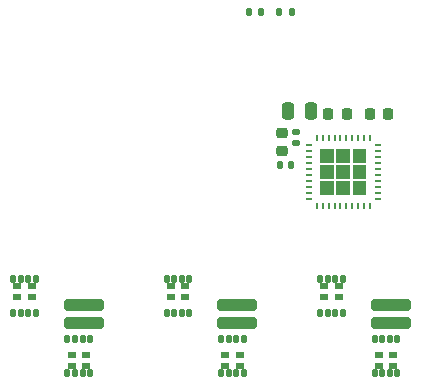
<source format=gtp>
G04 #@! TF.GenerationSoftware,KiCad,Pcbnew,8.0.5*
G04 #@! TF.CreationDate,2024-10-07T10:05:32-05:00*
G04 #@! TF.ProjectId,DRV8323_BreakoutBoard,44525638-3332-4335-9f42-7265616b6f75,rev?*
G04 #@! TF.SameCoordinates,Original*
G04 #@! TF.FileFunction,Paste,Top*
G04 #@! TF.FilePolarity,Positive*
%FSLAX46Y46*%
G04 Gerber Fmt 4.6, Leading zero omitted, Abs format (unit mm)*
G04 Created by KiCad (PCBNEW 8.0.5) date 2024-10-07 10:05:32*
%MOMM*%
%LPD*%
G01*
G04 APERTURE LIST*
G04 Aperture macros list*
%AMRoundRect*
0 Rectangle with rounded corners*
0 $1 Rounding radius*
0 $2 $3 $4 $5 $6 $7 $8 $9 X,Y pos of 4 corners*
0 Add a 4 corners polygon primitive as box body*
4,1,4,$2,$3,$4,$5,$6,$7,$8,$9,$2,$3,0*
0 Add four circle primitives for the rounded corners*
1,1,$1+$1,$2,$3*
1,1,$1+$1,$4,$5*
1,1,$1+$1,$6,$7*
1,1,$1+$1,$8,$9*
0 Add four rect primitives between the rounded corners*
20,1,$1+$1,$2,$3,$4,$5,0*
20,1,$1+$1,$4,$5,$6,$7,0*
20,1,$1+$1,$6,$7,$8,$9,0*
20,1,$1+$1,$8,$9,$2,$3,0*%
G04 Aperture macros list end*
%ADD10C,0.000000*%
%ADD11RoundRect,0.135000X-0.135000X-0.185000X0.135000X-0.185000X0.135000X0.185000X-0.135000X0.185000X0*%
%ADD12RoundRect,0.250000X0.250000X0.475000X-0.250000X0.475000X-0.250000X-0.475000X0.250000X-0.475000X0*%
%ADD13RoundRect,0.250000X1.450000X-0.250000X1.450000X0.250000X-1.450000X0.250000X-1.450000X-0.250000X0*%
%ADD14RoundRect,0.140000X0.170000X-0.140000X0.170000X0.140000X-0.170000X0.140000X-0.170000X-0.140000X0*%
%ADD15R,0.738000X0.570000*%
%ADD16RoundRect,0.125000X-0.125000X0.190000X-0.125000X-0.190000X0.125000X-0.190000X0.125000X0.190000X0*%
%ADD17O,0.599999X0.230000*%
%ADD18O,0.230000X0.599999*%
%ADD19RoundRect,0.225000X-0.225000X-0.250000X0.225000X-0.250000X0.225000X0.250000X-0.225000X0.250000X0*%
%ADD20RoundRect,0.125000X0.125000X-0.190000X0.125000X0.190000X-0.125000X0.190000X-0.125000X-0.190000X0*%
%ADD21RoundRect,0.140000X-0.140000X-0.170000X0.140000X-0.170000X0.140000X0.170000X-0.140000X0.170000X0*%
%ADD22RoundRect,0.225000X-0.250000X0.225000X-0.250000X-0.225000X0.250000X-0.225000X0.250000X0.225000X0*%
%ADD23RoundRect,0.225000X0.225000X0.250000X-0.225000X0.250000X-0.225000X-0.250000X0.225000X-0.250000X0*%
G04 APERTURE END LIST*
D10*
G36*
X77715000Y-72215000D02*
G01*
X76545000Y-72215000D01*
X76545000Y-71045000D01*
X77715000Y-71045000D01*
X77715000Y-72215000D01*
G37*
G36*
X77715000Y-73585000D02*
G01*
X76545000Y-73585000D01*
X76545000Y-72415000D01*
X77715000Y-72415000D01*
X77715000Y-73585000D01*
G37*
G36*
X77715000Y-74955000D02*
G01*
X76545000Y-74955000D01*
X76545000Y-73785000D01*
X77715000Y-73785000D01*
X77715000Y-74955000D01*
G37*
G36*
X79085000Y-72215000D02*
G01*
X77915000Y-72215000D01*
X77915000Y-71045000D01*
X79085000Y-71045000D01*
X79085000Y-72215000D01*
G37*
G36*
X79085000Y-73585000D02*
G01*
X77915000Y-73585000D01*
X77915000Y-72415000D01*
X79085000Y-72415000D01*
X79085000Y-73585000D01*
G37*
G36*
X79085000Y-74955000D02*
G01*
X77915000Y-74955000D01*
X77915000Y-73785000D01*
X79085000Y-73785000D01*
X79085000Y-74955000D01*
G37*
G36*
X80455000Y-72215000D02*
G01*
X79285000Y-72215000D01*
X79285000Y-71045000D01*
X80455000Y-71045000D01*
X80455000Y-72215000D01*
G37*
G36*
X80455000Y-73585000D02*
G01*
X79285000Y-73585000D01*
X79285000Y-72415000D01*
X80455000Y-72415000D01*
X80455000Y-73585000D01*
G37*
G36*
X80455000Y-74955000D02*
G01*
X79285000Y-74955000D01*
X79285000Y-73785000D01*
X80455000Y-73785000D01*
X80455000Y-74955000D01*
G37*
D11*
X73090000Y-59500000D03*
X74110000Y-59500000D03*
X70540000Y-59500000D03*
X71560000Y-59500000D03*
D12*
X75750000Y-67800000D03*
X73850000Y-67800000D03*
D13*
X56500001Y-85750000D03*
X56499999Y-84250000D03*
D14*
X74500000Y-70580000D03*
X74500000Y-69620000D03*
D15*
X69720001Y-88500000D03*
X68500000Y-88500000D03*
X69719999Y-89449999D03*
X68500000Y-89450000D03*
D16*
X70082501Y-90029999D03*
X69440001Y-90030000D03*
X68780001Y-90030000D03*
X68137502Y-90030000D03*
X70080001Y-87150000D03*
X69440001Y-87150000D03*
X68780001Y-87150000D03*
X68140002Y-87150000D03*
D15*
X82720001Y-88500000D03*
X81500000Y-88500000D03*
X82719999Y-89449999D03*
X81500000Y-89450000D03*
D16*
X83082501Y-90029999D03*
X82440001Y-90030000D03*
X81780001Y-90030000D03*
X81137502Y-90030000D03*
X83080001Y-87150001D03*
X82440001Y-87150000D03*
X81780001Y-87150000D03*
X81140002Y-87150000D03*
D17*
X75600001Y-70749999D03*
X75600001Y-71249998D03*
X75600001Y-71750000D03*
X75600001Y-72249999D03*
X75600001Y-72750000D03*
X75600001Y-73250000D03*
X75600001Y-73749998D03*
X75600001Y-74250000D03*
X75600001Y-74749999D03*
X75600001Y-75250001D03*
D18*
X76249999Y-75899999D03*
X76749998Y-75899999D03*
X77250000Y-75899999D03*
X77749999Y-75899999D03*
X78250000Y-75899999D03*
X78750000Y-75899999D03*
X79249998Y-75899999D03*
X79750000Y-75899999D03*
X80249999Y-75899999D03*
X80750001Y-75899999D03*
D17*
X81399999Y-75250001D03*
X81399999Y-74749999D03*
X81399999Y-74250000D03*
X81399999Y-73749998D03*
X81399999Y-73250000D03*
X81399999Y-72750000D03*
X81399999Y-72249999D03*
X81399999Y-71750000D03*
X81399999Y-71249998D03*
X81399999Y-70749999D03*
D18*
X80750001Y-70100001D03*
X80249999Y-70100001D03*
X79750000Y-70100001D03*
X79249998Y-70100001D03*
X78750000Y-70100001D03*
X78250000Y-70100001D03*
X77749999Y-70100001D03*
X77250000Y-70100001D03*
X76749998Y-70100001D03*
X76249999Y-70100001D03*
D19*
X77225000Y-68125000D03*
X78775000Y-68125000D03*
D13*
X82500001Y-85750000D03*
X82499999Y-84250000D03*
D15*
X76890000Y-83590000D03*
X78110001Y-83590000D03*
X76890001Y-82640000D03*
X78110001Y-82640000D03*
D20*
X78472500Y-82060001D03*
X76527501Y-82060000D03*
X77170000Y-82060000D03*
X77830000Y-82060000D03*
X76530000Y-84939999D03*
X77170000Y-84940000D03*
X77830000Y-84940000D03*
X78469999Y-84940000D03*
D15*
X63889999Y-83590000D03*
X65110000Y-83590000D03*
X63890001Y-82640000D03*
X65110000Y-82640000D03*
D20*
X65472500Y-82060001D03*
X63527501Y-82060000D03*
X64170000Y-82060000D03*
X64830000Y-82060000D03*
X63530001Y-84940000D03*
X64170000Y-84940000D03*
X64830000Y-84940000D03*
X65470000Y-84940000D03*
D13*
X69500001Y-85750000D03*
X69499999Y-84250000D03*
D15*
X56720001Y-88500000D03*
X55500000Y-88500000D03*
X56719999Y-89449999D03*
X55500000Y-89450000D03*
D16*
X57082501Y-90029999D03*
X56440001Y-90030000D03*
X55780001Y-90030000D03*
X55137502Y-90030000D03*
X57080001Y-87150000D03*
X56440001Y-87150000D03*
X55780001Y-87150000D03*
X55140002Y-87150000D03*
D21*
X73120000Y-72400000D03*
X74080000Y-72400000D03*
D15*
X50889999Y-83590000D03*
X52110000Y-83590000D03*
X50890001Y-82640000D03*
X52110000Y-82640000D03*
D20*
X52472500Y-82060001D03*
X50527501Y-82060000D03*
X51170000Y-82060000D03*
X51830000Y-82060000D03*
X50530001Y-84940000D03*
X51170000Y-84940000D03*
X51830000Y-84940000D03*
X52470000Y-84940000D03*
D22*
X73300000Y-69675000D03*
X73300000Y-71225000D03*
D23*
X82275000Y-68125000D03*
X80725000Y-68125000D03*
M02*

</source>
